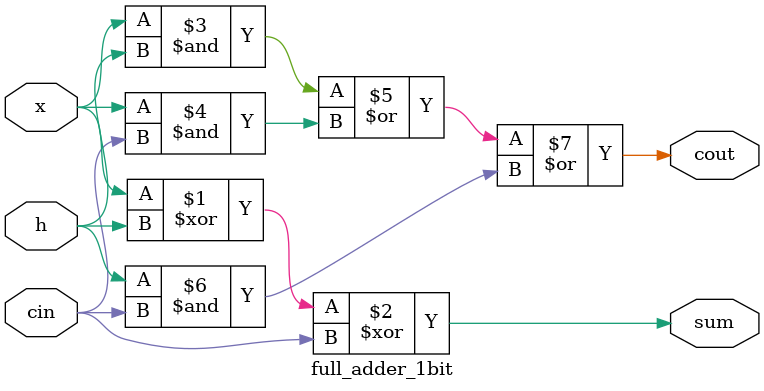
<source format=v>
module full_adder_8bit (
  input wire [7:0] x,
  input wire [7:0] h,
  output wire [7:0] sum,
  output wire cout
);

  wire [8:0] carry;  // Carry chain
  assign carry[0] = 1'b0;  // No carry-in for the least significant bit

  genvar i;
  generate
    for (i = 0; i < 8; i = i + 1) begin
      full_adder_1bit fa (
        .x(x[i]),
        .h(h[i]),
        .cin(carry[i]),
        .sum(sum[i]),
        .cout(carry[i + 1])
      );
    end
  endgenerate

  assign cout = carry[8]; // Output carry

endmodule

module full_adder_1bit (
  input wire x,
  input wire h,
  input wire cin,
  output wire sum,
  output wire cout
);

  assign sum = x ^ h ^ cin; // Bitwise XOR for sum
  assign cout = (x & h) | (x & cin) | (h & cin); // Generate carry out

endmodule

</source>
